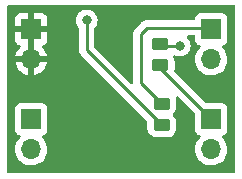
<source format=gbr>
%TF.GenerationSoftware,KiCad,Pcbnew,6.0.7-f9a2dced07~116~ubuntu20.04.1*%
%TF.CreationDate,2022-10-31T14:47:35+01:00*%
%TF.ProjectId,sht40_board,73687434-305f-4626-9f61-72642e6b6963,rev?*%
%TF.SameCoordinates,Original*%
%TF.FileFunction,Copper,L2,Bot*%
%TF.FilePolarity,Positive*%
%FSLAX46Y46*%
G04 Gerber Fmt 4.6, Leading zero omitted, Abs format (unit mm)*
G04 Created by KiCad (PCBNEW 6.0.7-f9a2dced07~116~ubuntu20.04.1) date 2022-10-31 14:47:35*
%MOMM*%
%LPD*%
G01*
G04 APERTURE LIST*
G04 Aperture macros list*
%AMRoundRect*
0 Rectangle with rounded corners*
0 $1 Rounding radius*
0 $2 $3 $4 $5 $6 $7 $8 $9 X,Y pos of 4 corners*
0 Add a 4 corners polygon primitive as box body*
4,1,4,$2,$3,$4,$5,$6,$7,$8,$9,$2,$3,0*
0 Add four circle primitives for the rounded corners*
1,1,$1+$1,$2,$3*
1,1,$1+$1,$4,$5*
1,1,$1+$1,$6,$7*
1,1,$1+$1,$8,$9*
0 Add four rect primitives between the rounded corners*
20,1,$1+$1,$2,$3,$4,$5,0*
20,1,$1+$1,$4,$5,$6,$7,0*
20,1,$1+$1,$6,$7,$8,$9,0*
20,1,$1+$1,$8,$9,$2,$3,0*%
G04 Aperture macros list end*
%TA.AperFunction,ComponentPad*%
%ADD10R,1.700000X1.700000*%
%TD*%
%TA.AperFunction,ComponentPad*%
%ADD11O,1.700000X1.700000*%
%TD*%
%TA.AperFunction,SMDPad,CuDef*%
%ADD12RoundRect,0.250000X-0.450000X0.262500X-0.450000X-0.262500X0.450000X-0.262500X0.450000X0.262500X0*%
%TD*%
%TA.AperFunction,SMDPad,CuDef*%
%ADD13RoundRect,0.250000X0.450000X-0.262500X0.450000X0.262500X-0.450000X0.262500X-0.450000X-0.262500X0*%
%TD*%
%TA.AperFunction,ViaPad*%
%ADD14C,0.800000*%
%TD*%
%TA.AperFunction,Conductor*%
%ADD15C,0.250000*%
%TD*%
G04 APERTURE END LIST*
D10*
%TO.P,J4,1,Pin_1*%
%TO.N,Net-(C1-Pad2)*%
X137160000Y-73660000D03*
D11*
%TO.P,J4,2,Pin_2*%
X137160000Y-76200000D03*
%TD*%
D12*
%TO.P,R2,1*%
%TO.N,Net-(C1-Pad2)*%
X148082000Y-67263000D03*
%TO.P,R2,2*%
%TO.N,Net-(J2-Pad1)*%
X148082000Y-69088000D03*
%TD*%
D13*
%TO.P,R1,1*%
%TO.N,Net-(C1-Pad2)*%
X148209000Y-74168000D03*
%TO.P,R1,2*%
%TO.N,Net-(J1-Pad1)*%
X148209000Y-72343000D03*
%TD*%
D10*
%TO.P,J1,1,Pin_1*%
%TO.N,Net-(J1-Pad1)*%
X152400000Y-66040000D03*
D11*
%TO.P,J1,2,Pin_2*%
X152400000Y-68580000D03*
%TD*%
D10*
%TO.P,J3,1,Pin_1*%
%TO.N,GND*%
X137160000Y-66040000D03*
D11*
%TO.P,J3,2,Pin_2*%
X137160000Y-68580000D03*
%TD*%
D10*
%TO.P,J2,1,Pin_1*%
%TO.N,Net-(J2-Pad1)*%
X152400000Y-73660000D03*
D11*
%TO.P,J2,2,Pin_2*%
X152400000Y-76200000D03*
%TD*%
D14*
%TO.N,Net-(C1-Pad2)*%
X149733000Y-67437000D03*
X141859000Y-65278000D03*
%TD*%
D15*
%TO.N,Net-(C1-Pad2)*%
X149733000Y-67437000D02*
X148256000Y-67437000D01*
X148256000Y-67437000D02*
X148082000Y-67263000D01*
X141859000Y-67818000D02*
X148209000Y-74168000D01*
X141859000Y-65278000D02*
X141859000Y-67818000D01*
%TO.N,Net-(J1-Pad1)*%
X152273000Y-65913000D02*
X152400000Y-66040000D01*
X146431000Y-66421000D02*
X146939000Y-65913000D01*
X146939000Y-65913000D02*
X152273000Y-65913000D01*
X146431000Y-70565000D02*
X146431000Y-66421000D01*
X148209000Y-72343000D02*
X146431000Y-70565000D01*
%TO.N,Net-(J2-Pad1)*%
X148082000Y-69088000D02*
X148082000Y-69342000D01*
X148082000Y-69342000D02*
X152400000Y-73660000D01*
%TD*%
%TA.AperFunction,Conductor*%
%TO.N,GND*%
G36*
X154373621Y-64028502D02*
G01*
X154420114Y-64082158D01*
X154431500Y-64134500D01*
X154431500Y-78105500D01*
X154411498Y-78173621D01*
X154357842Y-78220114D01*
X154305500Y-78231500D01*
X135254500Y-78231500D01*
X135186379Y-78211498D01*
X135139886Y-78157842D01*
X135128500Y-78105500D01*
X135128500Y-76166695D01*
X135797251Y-76166695D01*
X135797548Y-76171848D01*
X135797548Y-76171851D01*
X135803011Y-76266590D01*
X135810110Y-76389715D01*
X135811247Y-76394761D01*
X135811248Y-76394767D01*
X135831119Y-76482939D01*
X135859222Y-76607639D01*
X135943266Y-76814616D01*
X136059987Y-77005088D01*
X136206250Y-77173938D01*
X136378126Y-77316632D01*
X136571000Y-77429338D01*
X136779692Y-77509030D01*
X136784760Y-77510061D01*
X136784763Y-77510062D01*
X136892017Y-77531883D01*
X136998597Y-77553567D01*
X137003772Y-77553757D01*
X137003774Y-77553757D01*
X137216673Y-77561564D01*
X137216677Y-77561564D01*
X137221837Y-77561753D01*
X137226957Y-77561097D01*
X137226959Y-77561097D01*
X137438288Y-77534025D01*
X137438289Y-77534025D01*
X137443416Y-77533368D01*
X137448366Y-77531883D01*
X137652429Y-77470661D01*
X137652434Y-77470659D01*
X137657384Y-77469174D01*
X137857994Y-77370896D01*
X138039860Y-77241173D01*
X138198096Y-77083489D01*
X138257594Y-77000689D01*
X138325435Y-76906277D01*
X138328453Y-76902077D01*
X138427430Y-76701811D01*
X138492370Y-76488069D01*
X138521529Y-76266590D01*
X138523156Y-76200000D01*
X138504852Y-75977361D01*
X138450431Y-75760702D01*
X138361354Y-75555840D01*
X138240014Y-75368277D01*
X138236532Y-75364450D01*
X138092798Y-75206488D01*
X138061746Y-75142642D01*
X138070141Y-75072143D01*
X138115317Y-75017375D01*
X138141761Y-75003706D01*
X138248297Y-74963767D01*
X138256705Y-74960615D01*
X138373261Y-74873261D01*
X138460615Y-74756705D01*
X138511745Y-74620316D01*
X138518500Y-74558134D01*
X138518500Y-72761866D01*
X138511745Y-72699684D01*
X138460615Y-72563295D01*
X138373261Y-72446739D01*
X138256705Y-72359385D01*
X138120316Y-72308255D01*
X138058134Y-72301500D01*
X136261866Y-72301500D01*
X136199684Y-72308255D01*
X136063295Y-72359385D01*
X135946739Y-72446739D01*
X135859385Y-72563295D01*
X135808255Y-72699684D01*
X135801500Y-72761866D01*
X135801500Y-74558134D01*
X135808255Y-74620316D01*
X135859385Y-74756705D01*
X135946739Y-74873261D01*
X136063295Y-74960615D01*
X136071704Y-74963767D01*
X136071705Y-74963768D01*
X136180451Y-75004535D01*
X136237216Y-75047176D01*
X136261916Y-75113738D01*
X136246709Y-75183087D01*
X136227316Y-75209568D01*
X136100629Y-75342138D01*
X135974743Y-75526680D01*
X135880688Y-75729305D01*
X135820989Y-75944570D01*
X135797251Y-76166695D01*
X135128500Y-76166695D01*
X135128500Y-68847966D01*
X135828257Y-68847966D01*
X135858565Y-68982446D01*
X135861645Y-68992275D01*
X135941770Y-69189603D01*
X135946413Y-69198794D01*
X136057694Y-69380388D01*
X136063777Y-69388699D01*
X136203213Y-69549667D01*
X136210580Y-69556883D01*
X136374434Y-69692916D01*
X136382881Y-69698831D01*
X136566756Y-69806279D01*
X136576042Y-69810729D01*
X136775001Y-69886703D01*
X136784899Y-69889579D01*
X136888250Y-69910606D01*
X136902299Y-69909410D01*
X136906000Y-69899065D01*
X136906000Y-69898517D01*
X137414000Y-69898517D01*
X137418064Y-69912359D01*
X137431478Y-69914393D01*
X137438184Y-69913534D01*
X137448262Y-69911392D01*
X137652255Y-69850191D01*
X137661842Y-69846433D01*
X137853095Y-69752739D01*
X137861945Y-69747464D01*
X138035328Y-69623792D01*
X138043200Y-69617139D01*
X138194052Y-69466812D01*
X138200730Y-69458965D01*
X138325003Y-69286020D01*
X138330313Y-69277183D01*
X138424670Y-69086267D01*
X138428469Y-69076672D01*
X138490377Y-68872910D01*
X138492555Y-68862837D01*
X138493986Y-68851962D01*
X138491775Y-68837778D01*
X138478617Y-68834000D01*
X137432115Y-68834000D01*
X137416876Y-68838475D01*
X137415671Y-68839865D01*
X137414000Y-68847548D01*
X137414000Y-69898517D01*
X136906000Y-69898517D01*
X136906000Y-68852115D01*
X136901525Y-68836876D01*
X136900135Y-68835671D01*
X136892452Y-68834000D01*
X135843225Y-68834000D01*
X135829694Y-68837973D01*
X135828257Y-68847966D01*
X135128500Y-68847966D01*
X135128500Y-66934669D01*
X135802001Y-66934669D01*
X135802371Y-66941490D01*
X135807895Y-66992352D01*
X135811521Y-67007604D01*
X135856676Y-67128054D01*
X135865214Y-67143649D01*
X135941715Y-67245724D01*
X135954276Y-67258285D01*
X136056351Y-67334786D01*
X136071946Y-67343324D01*
X136181337Y-67384333D01*
X136238101Y-67426975D01*
X136262801Y-67493536D01*
X136247594Y-67562885D01*
X136228201Y-67589366D01*
X136104590Y-67718717D01*
X136098104Y-67726727D01*
X135978098Y-67902649D01*
X135973000Y-67911623D01*
X135883338Y-68104783D01*
X135879775Y-68114470D01*
X135824389Y-68314183D01*
X135825912Y-68322607D01*
X135838292Y-68326000D01*
X136887885Y-68326000D01*
X136903124Y-68321525D01*
X136904329Y-68320135D01*
X136906000Y-68312452D01*
X136906000Y-68307885D01*
X137414000Y-68307885D01*
X137418475Y-68323124D01*
X137419865Y-68324329D01*
X137427548Y-68326000D01*
X138478344Y-68326000D01*
X138491875Y-68322027D01*
X138493180Y-68312947D01*
X138451214Y-68145875D01*
X138447894Y-68136124D01*
X138362972Y-67940814D01*
X138358105Y-67931739D01*
X138242426Y-67752926D01*
X138236136Y-67744757D01*
X138091931Y-67586279D01*
X138060879Y-67522433D01*
X138069273Y-67451934D01*
X138114450Y-67397166D01*
X138140894Y-67383497D01*
X138248054Y-67343324D01*
X138263649Y-67334786D01*
X138365724Y-67258285D01*
X138378285Y-67245724D01*
X138454786Y-67143649D01*
X138463324Y-67128054D01*
X138508478Y-67007606D01*
X138512105Y-66992351D01*
X138517631Y-66941486D01*
X138518000Y-66934672D01*
X138518000Y-66312115D01*
X138513525Y-66296876D01*
X138512135Y-66295671D01*
X138504452Y-66294000D01*
X137432115Y-66294000D01*
X137416876Y-66298475D01*
X137415671Y-66299865D01*
X137414000Y-66307548D01*
X137414000Y-68307885D01*
X136906000Y-68307885D01*
X136906000Y-66312115D01*
X136901525Y-66296876D01*
X136900135Y-66295671D01*
X136892452Y-66294000D01*
X135820116Y-66294000D01*
X135804877Y-66298475D01*
X135803672Y-66299865D01*
X135802001Y-66307548D01*
X135802001Y-66934669D01*
X135128500Y-66934669D01*
X135128500Y-65767885D01*
X135802000Y-65767885D01*
X135806475Y-65783124D01*
X135807865Y-65784329D01*
X135815548Y-65786000D01*
X136887885Y-65786000D01*
X136903124Y-65781525D01*
X136904329Y-65780135D01*
X136906000Y-65772452D01*
X136906000Y-65767885D01*
X137414000Y-65767885D01*
X137418475Y-65783124D01*
X137419865Y-65784329D01*
X137427548Y-65786000D01*
X138499884Y-65786000D01*
X138515123Y-65781525D01*
X138516328Y-65780135D01*
X138517999Y-65772452D01*
X138517999Y-65278000D01*
X140945496Y-65278000D01*
X140946186Y-65284565D01*
X140959208Y-65408458D01*
X140965458Y-65467928D01*
X141024473Y-65649556D01*
X141119960Y-65814944D01*
X141193137Y-65896215D01*
X141223853Y-65960221D01*
X141225500Y-65980524D01*
X141225500Y-67739233D01*
X141224973Y-67750416D01*
X141223298Y-67757909D01*
X141223547Y-67765835D01*
X141223547Y-67765836D01*
X141225438Y-67825986D01*
X141225500Y-67829945D01*
X141225500Y-67857856D01*
X141225997Y-67861790D01*
X141225997Y-67861791D01*
X141226005Y-67861856D01*
X141226938Y-67873693D01*
X141228327Y-67917889D01*
X141233978Y-67937339D01*
X141237987Y-67956700D01*
X141240526Y-67976797D01*
X141243445Y-67984168D01*
X141243445Y-67984170D01*
X141256804Y-68017912D01*
X141260649Y-68029142D01*
X141272982Y-68071593D01*
X141277015Y-68078412D01*
X141277017Y-68078417D01*
X141283293Y-68089028D01*
X141291988Y-68106776D01*
X141299448Y-68125617D01*
X141304110Y-68132033D01*
X141304110Y-68132034D01*
X141325436Y-68161387D01*
X141331952Y-68171307D01*
X141354458Y-68209362D01*
X141368779Y-68223683D01*
X141381619Y-68238716D01*
X141393528Y-68255107D01*
X141399634Y-68260158D01*
X141427605Y-68283298D01*
X141436384Y-68291288D01*
X146963595Y-73818500D01*
X146997621Y-73880812D01*
X147000500Y-73907595D01*
X147000500Y-74480900D01*
X147000837Y-74484146D01*
X147000837Y-74484150D01*
X147008514Y-74558134D01*
X147011474Y-74586666D01*
X147013655Y-74593202D01*
X147013655Y-74593204D01*
X147025169Y-74627715D01*
X147067450Y-74754446D01*
X147160522Y-74904848D01*
X147285697Y-75029805D01*
X147291927Y-75033645D01*
X147291928Y-75033646D01*
X147429090Y-75118194D01*
X147436262Y-75122615D01*
X147496642Y-75142642D01*
X147597611Y-75176132D01*
X147597613Y-75176132D01*
X147604139Y-75178297D01*
X147610975Y-75178997D01*
X147610978Y-75178998D01*
X147650889Y-75183087D01*
X147708600Y-75189000D01*
X148709400Y-75189000D01*
X148712646Y-75188663D01*
X148712650Y-75188663D01*
X148808308Y-75178738D01*
X148808312Y-75178737D01*
X148815166Y-75178026D01*
X148821702Y-75175845D01*
X148821704Y-75175845D01*
X148953806Y-75131772D01*
X148982946Y-75122050D01*
X149133348Y-75028978D01*
X149258305Y-74903803D01*
X149273815Y-74878642D01*
X149347275Y-74759468D01*
X149347276Y-74759466D01*
X149351115Y-74753238D01*
X149406797Y-74585361D01*
X149417500Y-74480900D01*
X149417500Y-73855100D01*
X149417163Y-73851850D01*
X149407238Y-73756192D01*
X149407237Y-73756188D01*
X149406526Y-73749334D01*
X149350550Y-73581554D01*
X149257478Y-73431152D01*
X149170891Y-73344716D01*
X149136812Y-73282434D01*
X149141815Y-73211614D01*
X149170736Y-73166525D01*
X149253134Y-73083983D01*
X149258305Y-73078803D01*
X149351115Y-72928238D01*
X149406797Y-72760361D01*
X149417500Y-72655900D01*
X149417500Y-72030100D01*
X149406526Y-71924334D01*
X149394353Y-71887847D01*
X149391769Y-71816898D01*
X149427952Y-71755814D01*
X149491417Y-71723989D01*
X149562012Y-71731528D01*
X149602972Y-71758876D01*
X151004595Y-73160499D01*
X151038621Y-73222811D01*
X151041500Y-73249594D01*
X151041500Y-74558134D01*
X151048255Y-74620316D01*
X151099385Y-74756705D01*
X151186739Y-74873261D01*
X151303295Y-74960615D01*
X151311704Y-74963767D01*
X151311705Y-74963768D01*
X151420451Y-75004535D01*
X151477216Y-75047176D01*
X151501916Y-75113738D01*
X151486709Y-75183087D01*
X151467316Y-75209568D01*
X151340629Y-75342138D01*
X151214743Y-75526680D01*
X151120688Y-75729305D01*
X151060989Y-75944570D01*
X151037251Y-76166695D01*
X151037548Y-76171848D01*
X151037548Y-76171851D01*
X151043011Y-76266590D01*
X151050110Y-76389715D01*
X151051247Y-76394761D01*
X151051248Y-76394767D01*
X151071119Y-76482939D01*
X151099222Y-76607639D01*
X151183266Y-76814616D01*
X151299987Y-77005088D01*
X151446250Y-77173938D01*
X151618126Y-77316632D01*
X151811000Y-77429338D01*
X152019692Y-77509030D01*
X152024760Y-77510061D01*
X152024763Y-77510062D01*
X152132017Y-77531883D01*
X152238597Y-77553567D01*
X152243772Y-77553757D01*
X152243774Y-77553757D01*
X152456673Y-77561564D01*
X152456677Y-77561564D01*
X152461837Y-77561753D01*
X152466957Y-77561097D01*
X152466959Y-77561097D01*
X152678288Y-77534025D01*
X152678289Y-77534025D01*
X152683416Y-77533368D01*
X152688366Y-77531883D01*
X152892429Y-77470661D01*
X152892434Y-77470659D01*
X152897384Y-77469174D01*
X153097994Y-77370896D01*
X153279860Y-77241173D01*
X153438096Y-77083489D01*
X153497594Y-77000689D01*
X153565435Y-76906277D01*
X153568453Y-76902077D01*
X153667430Y-76701811D01*
X153732370Y-76488069D01*
X153761529Y-76266590D01*
X153763156Y-76200000D01*
X153744852Y-75977361D01*
X153690431Y-75760702D01*
X153601354Y-75555840D01*
X153480014Y-75368277D01*
X153476532Y-75364450D01*
X153332798Y-75206488D01*
X153301746Y-75142642D01*
X153310141Y-75072143D01*
X153355317Y-75017375D01*
X153381761Y-75003706D01*
X153488297Y-74963767D01*
X153496705Y-74960615D01*
X153613261Y-74873261D01*
X153700615Y-74756705D01*
X153751745Y-74620316D01*
X153758500Y-74558134D01*
X153758500Y-72761866D01*
X153751745Y-72699684D01*
X153700615Y-72563295D01*
X153613261Y-72446739D01*
X153496705Y-72359385D01*
X153360316Y-72308255D01*
X153298134Y-72301500D01*
X151989595Y-72301500D01*
X151921474Y-72281498D01*
X151900500Y-72264595D01*
X149300266Y-69664361D01*
X149266240Y-69602049D01*
X149269767Y-69535601D01*
X149270654Y-69532927D01*
X149279797Y-69505361D01*
X149290500Y-69400900D01*
X149290500Y-68775100D01*
X149279526Y-68669334D01*
X149270821Y-68643240D01*
X149225868Y-68508502D01*
X149223550Y-68501554D01*
X149185140Y-68439484D01*
X149166303Y-68371032D01*
X149187465Y-68303263D01*
X149241906Y-68257692D01*
X149312342Y-68248789D01*
X149343531Y-68258074D01*
X149450712Y-68305794D01*
X149527082Y-68322027D01*
X149631056Y-68344128D01*
X149631061Y-68344128D01*
X149637513Y-68345500D01*
X149828487Y-68345500D01*
X149834939Y-68344128D01*
X149834944Y-68344128D01*
X149938918Y-68322027D01*
X150015288Y-68305794D01*
X150021319Y-68303109D01*
X150183722Y-68230803D01*
X150183724Y-68230802D01*
X150189752Y-68228118D01*
X150195857Y-68223683D01*
X150262162Y-68175509D01*
X150344253Y-68115866D01*
X150432451Y-68017912D01*
X150467621Y-67978852D01*
X150467622Y-67978851D01*
X150472040Y-67973944D01*
X150530314Y-67873010D01*
X150564223Y-67814279D01*
X150564224Y-67814278D01*
X150567527Y-67808556D01*
X150626542Y-67626928D01*
X150630161Y-67592500D01*
X150645814Y-67443565D01*
X150646504Y-67437000D01*
X150626542Y-67247072D01*
X150567527Y-67065444D01*
X150472040Y-66900056D01*
X150344253Y-66758134D01*
X150346132Y-66756442D01*
X150314864Y-66705672D01*
X150316226Y-66634688D01*
X150355749Y-66575710D01*
X150420884Y-66547461D01*
X150436419Y-66546500D01*
X150915500Y-66546500D01*
X150983621Y-66566502D01*
X151030114Y-66620158D01*
X151041500Y-66672500D01*
X151041500Y-66938134D01*
X151048255Y-67000316D01*
X151099385Y-67136705D01*
X151186739Y-67253261D01*
X151303295Y-67340615D01*
X151311704Y-67343767D01*
X151311705Y-67343768D01*
X151420451Y-67384535D01*
X151477216Y-67427176D01*
X151501916Y-67493738D01*
X151486709Y-67563087D01*
X151467316Y-67589568D01*
X151340629Y-67722138D01*
X151337715Y-67726410D01*
X151337714Y-67726411D01*
X151267088Y-67829945D01*
X151214743Y-67906680D01*
X151167715Y-68007993D01*
X151135026Y-68078417D01*
X151120688Y-68109305D01*
X151060989Y-68324570D01*
X151037251Y-68546695D01*
X151037548Y-68551848D01*
X151037548Y-68551851D01*
X151049812Y-68764547D01*
X151050110Y-68769715D01*
X151051247Y-68774761D01*
X151051248Y-68774767D01*
X151065449Y-68837778D01*
X151099222Y-68987639D01*
X151183266Y-69194616D01*
X151299987Y-69385088D01*
X151446250Y-69553938D01*
X151618126Y-69696632D01*
X151811000Y-69809338D01*
X152019692Y-69889030D01*
X152024760Y-69890061D01*
X152024763Y-69890062D01*
X152119862Y-69909410D01*
X152238597Y-69933567D01*
X152243772Y-69933757D01*
X152243774Y-69933757D01*
X152456673Y-69941564D01*
X152456677Y-69941564D01*
X152461837Y-69941753D01*
X152466957Y-69941097D01*
X152466959Y-69941097D01*
X152678288Y-69914025D01*
X152678289Y-69914025D01*
X152683416Y-69913368D01*
X152688366Y-69911883D01*
X152892429Y-69850661D01*
X152892434Y-69850659D01*
X152897384Y-69849174D01*
X153097994Y-69750896D01*
X153279860Y-69621173D01*
X153438096Y-69463489D01*
X153497594Y-69380689D01*
X153565435Y-69286277D01*
X153568453Y-69282077D01*
X153667430Y-69081811D01*
X153732370Y-68868069D01*
X153761529Y-68646590D01*
X153763156Y-68580000D01*
X153744852Y-68357361D01*
X153690431Y-68140702D01*
X153601354Y-67935840D01*
X153548339Y-67853892D01*
X153482822Y-67752617D01*
X153482820Y-67752614D01*
X153480014Y-67748277D01*
X153460405Y-67726727D01*
X153332798Y-67586488D01*
X153301746Y-67522642D01*
X153310141Y-67452143D01*
X153355317Y-67397375D01*
X153381761Y-67383706D01*
X153488297Y-67343767D01*
X153496705Y-67340615D01*
X153613261Y-67253261D01*
X153700615Y-67136705D01*
X153751745Y-67000316D01*
X153758500Y-66938134D01*
X153758500Y-65141866D01*
X153751745Y-65079684D01*
X153700615Y-64943295D01*
X153613261Y-64826739D01*
X153496705Y-64739385D01*
X153360316Y-64688255D01*
X153298134Y-64681500D01*
X151501866Y-64681500D01*
X151439684Y-64688255D01*
X151303295Y-64739385D01*
X151186739Y-64826739D01*
X151099385Y-64943295D01*
X151048255Y-65079684D01*
X151041500Y-65141866D01*
X151041500Y-65153500D01*
X151021498Y-65221621D01*
X150967842Y-65268114D01*
X150915500Y-65279500D01*
X147017763Y-65279500D01*
X147006579Y-65278973D01*
X146999091Y-65277299D01*
X146991168Y-65277548D01*
X146931033Y-65279438D01*
X146927075Y-65279500D01*
X146899144Y-65279500D01*
X146895229Y-65279995D01*
X146895225Y-65279995D01*
X146895167Y-65280003D01*
X146895138Y-65280006D01*
X146883296Y-65280939D01*
X146839110Y-65282327D01*
X146821744Y-65287372D01*
X146819658Y-65287978D01*
X146800306Y-65291986D01*
X146788068Y-65293532D01*
X146788066Y-65293533D01*
X146780203Y-65294526D01*
X146739086Y-65310806D01*
X146727885Y-65314641D01*
X146685406Y-65326982D01*
X146678587Y-65331015D01*
X146678582Y-65331017D01*
X146667971Y-65337293D01*
X146650221Y-65345990D01*
X146631383Y-65353448D01*
X146624967Y-65358109D01*
X146624966Y-65358110D01*
X146595625Y-65379428D01*
X146585701Y-65385947D01*
X146554460Y-65404422D01*
X146554455Y-65404426D01*
X146547637Y-65408458D01*
X146533313Y-65422782D01*
X146518281Y-65435621D01*
X146501893Y-65447528D01*
X146485017Y-65467928D01*
X146473712Y-65481593D01*
X146465722Y-65490373D01*
X146038747Y-65917348D01*
X146030461Y-65924888D01*
X146023982Y-65929000D01*
X146018557Y-65934777D01*
X145977357Y-65978651D01*
X145974602Y-65981493D01*
X145954865Y-66001230D01*
X145952385Y-66004427D01*
X145944682Y-66013447D01*
X145914414Y-66045679D01*
X145910595Y-66052625D01*
X145910593Y-66052628D01*
X145904652Y-66063434D01*
X145893801Y-66079953D01*
X145881386Y-66095959D01*
X145878241Y-66103228D01*
X145878238Y-66103232D01*
X145863826Y-66136537D01*
X145858609Y-66147187D01*
X145837305Y-66185940D01*
X145835334Y-66193615D01*
X145835334Y-66193616D01*
X145832267Y-66205562D01*
X145825863Y-66224266D01*
X145817819Y-66242855D01*
X145816580Y-66250678D01*
X145816577Y-66250688D01*
X145810901Y-66286524D01*
X145808495Y-66298144D01*
X145806081Y-66307548D01*
X145797500Y-66340970D01*
X145797500Y-66361224D01*
X145795949Y-66380934D01*
X145792780Y-66400943D01*
X145793526Y-66408835D01*
X145796941Y-66444961D01*
X145797500Y-66456819D01*
X145797500Y-70486233D01*
X145796973Y-70497416D01*
X145795298Y-70504909D01*
X145795547Y-70512835D01*
X145795547Y-70512836D01*
X145796771Y-70551781D01*
X145778918Y-70620497D01*
X145726750Y-70668652D01*
X145656828Y-70680958D01*
X145591352Y-70653508D01*
X145581738Y-70644834D01*
X144746243Y-69809338D01*
X142529405Y-67592500D01*
X142495379Y-67530188D01*
X142492500Y-67503405D01*
X142492500Y-65980524D01*
X142512502Y-65912403D01*
X142524858Y-65896221D01*
X142598040Y-65814944D01*
X142693527Y-65649556D01*
X142752542Y-65467928D01*
X142758793Y-65408458D01*
X142771814Y-65284565D01*
X142772504Y-65278000D01*
X142752542Y-65088072D01*
X142693527Y-64906444D01*
X142598040Y-64741056D01*
X142561178Y-64700116D01*
X142474675Y-64604045D01*
X142474674Y-64604044D01*
X142470253Y-64599134D01*
X142315752Y-64486882D01*
X142309724Y-64484198D01*
X142309722Y-64484197D01*
X142147319Y-64411891D01*
X142147318Y-64411891D01*
X142141288Y-64409206D01*
X142047888Y-64389353D01*
X141960944Y-64370872D01*
X141960939Y-64370872D01*
X141954487Y-64369500D01*
X141763513Y-64369500D01*
X141757061Y-64370872D01*
X141757056Y-64370872D01*
X141670112Y-64389353D01*
X141576712Y-64409206D01*
X141570682Y-64411891D01*
X141570681Y-64411891D01*
X141408278Y-64484197D01*
X141408276Y-64484198D01*
X141402248Y-64486882D01*
X141247747Y-64599134D01*
X141243326Y-64604044D01*
X141243325Y-64604045D01*
X141156823Y-64700116D01*
X141119960Y-64741056D01*
X141024473Y-64906444D01*
X140965458Y-65088072D01*
X140945496Y-65278000D01*
X138517999Y-65278000D01*
X138517999Y-65145331D01*
X138517629Y-65138510D01*
X138512105Y-65087648D01*
X138508479Y-65072396D01*
X138463324Y-64951946D01*
X138454786Y-64936351D01*
X138378285Y-64834276D01*
X138365724Y-64821715D01*
X138263649Y-64745214D01*
X138248054Y-64736676D01*
X138127606Y-64691522D01*
X138112351Y-64687895D01*
X138061486Y-64682369D01*
X138054672Y-64682000D01*
X137432115Y-64682000D01*
X137416876Y-64686475D01*
X137415671Y-64687865D01*
X137414000Y-64695548D01*
X137414000Y-65767885D01*
X136906000Y-65767885D01*
X136906000Y-64700116D01*
X136901525Y-64684877D01*
X136900135Y-64683672D01*
X136892452Y-64682001D01*
X136265331Y-64682001D01*
X136258510Y-64682371D01*
X136207648Y-64687895D01*
X136192396Y-64691521D01*
X136071946Y-64736676D01*
X136056351Y-64745214D01*
X135954276Y-64821715D01*
X135941715Y-64834276D01*
X135865214Y-64936351D01*
X135856676Y-64951946D01*
X135811522Y-65072394D01*
X135807895Y-65087649D01*
X135802369Y-65138514D01*
X135802000Y-65145328D01*
X135802000Y-65767885D01*
X135128500Y-65767885D01*
X135128500Y-64134500D01*
X135148502Y-64066379D01*
X135202158Y-64019886D01*
X135254500Y-64008500D01*
X154305500Y-64008500D01*
X154373621Y-64028502D01*
G37*
%TD.AperFunction*%
%TD*%
M02*

</source>
